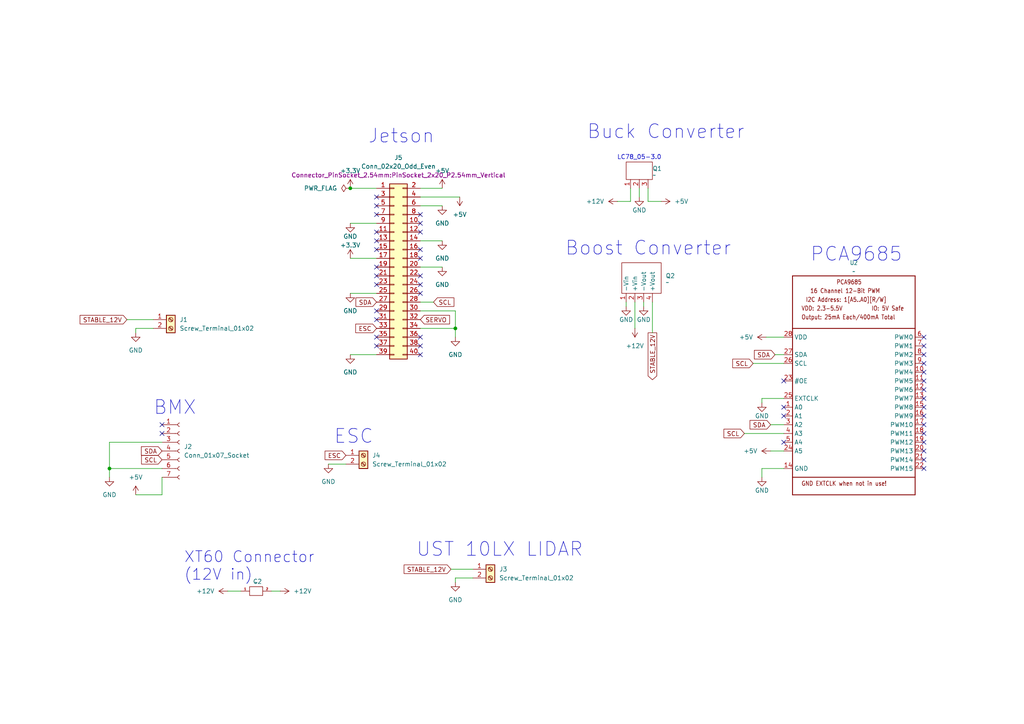
<source format=kicad_sch>
(kicad_sch (version 20231120) (generator "eeschema") (generator_version "8.0")
  (paper "A4")
  (title_block (title "Jetson Communication") (date "2024-04-27") (rev "0.1"))
  (lib_symbols
    (symbol "Adafruit9685_lib:PCA9685"
      (property "Reference" "U" (at -17.78 35.56 0))
      (symbol "PCA9685_1_0"
        (polyline (pts (xy -17.78 -30.48) (xy -17.78 -25.4)) (stroke (width 0.254)))
        (polyline (pts (xy -17.78 -25.4) (xy -17.78 17.78)) (stroke (width 0.254)))
        (polyline (pts (xy -17.78 -25.4) (xy 17.78 -25.4)) (stroke (width 0.254)))
        (polyline (pts (xy -17.78 17.78) (xy -17.78 33.02)) (stroke (width 0.254)))
        (polyline (pts (xy -17.78 17.78) (xy 17.78 17.78)) (stroke (width 0.254)))
        (polyline (pts (xy -17.78 33.02) (xy 17.78 33.02)) (stroke (width 0.254)))
        (polyline (pts (xy 17.78 -30.48) (xy -17.78 -30.48)) (stroke (width 0.254)))
        (polyline (pts (xy 17.78 17.78) (xy 17.78 -30.48)) (stroke (width 0.254)))
        (polyline (pts (xy 17.78 17.78) (xy 17.78 33.02)) (stroke (width 0.254)))
        (text "16 Channel 12-Bit PWM" (at -12.7 27.94 0) (effects (font (size 1.27 1.0795)) (justify left bottom)))
        (text "GND EXTCLK when not in use!" (at -15.24 -27.94 0) (effects (font (size 1.27 1.0795)) (justify left bottom)))
        (text "I2C Address: 1[A5..A0][R/W]" (at -13.97 25.4 0) (effects (font (size 1.27 1.0795)) (justify left bottom)))
        (text "IO: 5V Safe" (at 5.08 22.86 0) (effects (font (size 1.27 1.0795)) (justify left bottom)))
        (text "Output: 25mA Each/400mA Total" (at -15.24 20.32 0) (effects (font (size 1.27 1.0795)) (justify left bottom)))
        (text "PCA9685" (at -5.08 30.48 0) (effects (font (size 1.27 1.0795)) (justify left bottom)))
        (text "VDD: 2.3-5.5V" (at -15.24 22.86 0) (effects (font (size 1.27 1.0795)) (justify left bottom)))
        (pin bidirectional line (at -20.32 -5.08 0) (length 2.54) (name "A0") (number "1"))
        (pin output line (at 20.32 5.08 180) (length 2.54) (name "PWM4") (number "10"))
        (pin output line (at 20.32 2.54 180) (length 2.54) (name "PWM5") (number "11"))
        (pin output line (at 20.32 0 180) (length 2.54) (name "PWM6") (number "12"))
        (pin output line (at 20.32 -2.54 180) (length 2.54) (name "PWM7") (number "13"))
        (pin power_in line (at -20.32 -22.86 0) (length 2.54) (name "GND") (number "14"))
        (pin output line (at 20.32 -5.08 180) (length 2.54) (name "PWM8") (number "15"))
        (pin output line (at 20.32 -7.62 180) (length 2.54) (name "PWM9") (number "16"))
        (pin output line (at 20.32 -10.16 180) (length 2.54) (name "PWM10") (number "17"))
        (pin output line (at 20.32 -12.7 180) (length 2.54) (name "PWM11") (number "18"))
        (pin output line (at 20.32 -15.24 180) (length 2.54) (name "PWM12") (number "19"))
        (pin bidirectional line (at -20.32 -7.62 0) (length 2.54) (name "A1") (number "2"))
        (pin output line (at 20.32 -17.78 180) (length 2.54) (name "PWM13") (number "20"))
        (pin output line (at 20.32 -20.32 180) (length 2.54) (name "PWM14") (number "21"))
        (pin output line (at 20.32 -22.86 180) (length 2.54) (name "PWM15") (number "22"))
        (pin input line (at -20.32 2.54 0) (length 2.54) (name "#OE") (number "23"))
        (pin bidirectional line (at -20.32 -17.78 0) (length 2.54) (name "A5") (number "24"))
        (pin input line (at -20.32 -2.54 0) (length 2.54) (name "EXTCLK") (number "25"))
        (pin bidirectional line (at -20.32 7.62 0) (length 2.54) (name "SCL") (number "26"))
        (pin bidirectional line (at -20.32 10.16 0) (length 2.54) (name "SDA") (number "27"))
        (pin power_in line (at -20.32 15.24 0) (length 2.54) (name "VDD") (number "28"))
        (pin bidirectional line (at -20.32 -10.16 0) (length 2.54) (name "A2") (number "3"))
        (pin bidirectional line (at -20.32 -12.7 0) (length 2.54) (name "A3") (number "4"))
        (pin bidirectional line (at -20.32 -15.24 0) (length 2.54) (name "A4") (number "5"))
        (pin output line (at 20.32 15.24 180) (length 2.54) (name "PWM0") (number "6"))
        (pin output line (at 20.32 12.7 180) (length 2.54) (name "PWM1") (number "7"))
        (pin output line (at 20.32 10.16 180) (length 2.54) (name "PWM2") (number "8"))
        (pin output line (at 20.32 7.62 180) (length 2.54) (name "PWM3") (number "9"))
      )
    )
    (symbol "Connector:Conn_01x07_Socket" (pin_names (offset 1.016) hide)
      (property "Reference" "J" (at 0 10.16 0))
      (property "Value" "Conn_01x07_Socket" (at 0 -10.16 0))
      (symbol "Conn_01x07_Socket_1_1"
        (arc (start 0 -7.112) (mid -0.5058 -7.62) (end 0 -8.128) (stroke (width 0.1524)))
        (arc (start 0 -4.572) (mid -0.5058 -5.08) (end 0 -5.588) (stroke (width 0.1524)))
        (arc (start 0 -2.032) (mid -0.5058 -2.54) (end 0 -3.048) (stroke (width 0.1524)))
        (polyline (pts (xy -1.27 -7.62) (xy -0.508 -7.62)) (stroke (width 0.1524)))
        (polyline (pts (xy -1.27 -5.08) (xy -0.508 -5.08)) (stroke (width 0.1524)))
        (polyline (pts (xy -1.27 -2.54) (xy -0.508 -2.54)) (stroke (width 0.1524)))
        (polyline (pts (xy -1.27 0) (xy -0.508 0)) (stroke (width 0.1524)))
        (polyline (pts (xy -1.27 2.54) (xy -0.508 2.54)) (stroke (width 0.1524)))
        (polyline (pts (xy -1.27 5.08) (xy -0.508 5.08)) (stroke (width 0.1524)))
        (polyline (pts (xy -1.27 7.62) (xy -0.508 7.62)) (stroke (width 0.1524)))
        (arc (start 0 0.508) (mid -0.5058 0) (end 0 -0.508) (stroke (width 0.1524)))
        (arc (start 0 3.048) (mid -0.5058 2.54) (end 0 2.032) (stroke (width 0.1524)))
        (arc (start 0 5.588) (mid -0.5058 5.08) (end 0 4.572) (stroke (width 0.1524)))
        (arc (start 0 8.128) (mid -0.5058 7.62) (end 0 7.112) (stroke (width 0.1524)))
        (pin passive line (at -5.08 7.62 0) (length 3.81) (name "Pin_1") (number "1"))
        (pin passive line (at -5.08 5.08 0) (length 3.81) (name "Pin_2") (number "2"))
        (pin passive line (at -5.08 2.54 0) (length 3.81) (name "Pin_3") (number "3"))
        (pin passive line (at -5.08 0 0) (length 3.81) (name "Pin_4") (number "4"))
        (pin passive line (at -5.08 -2.54 0) (length 3.81) (name "Pin_5") (number "5"))
        (pin passive line (at -5.08 -5.08 0) (length 3.81) (name "Pin_6") (number "6"))
        (pin passive line (at -5.08 -7.62 0) (length 3.81) (name "Pin_7") (number "7"))
      )
    )
    (symbol "Connector:Screw_Terminal_01x02" (pin_names (offset 1.016) hide)
      (property "Reference" "J" (at 0 2.54 0))
      (property "Value" "Screw_Terminal_01x02" (at 0 -5.08 0))
      (symbol "Screw_Terminal_01x02_1_1"
        (rectangle (start -1.27 1.27) (end 1.27 -3.81) (stroke (width 0.254)) (fill (type background)))
        (circle (center 0 -2.54) (radius 0.635) (stroke (width 0.1524)))
        (polyline (pts (xy -0.5334 -2.2098) (xy 0.3302 -3.048)) (stroke (width 0.1524)))
        (polyline (pts (xy -0.5334 0.3302) (xy 0.3302 -0.508)) (stroke (width 0.1524)))
        (polyline (pts (xy -0.3556 -2.032) (xy 0.508 -2.8702)) (stroke (width 0.1524)))
        (polyline (pts (xy -0.3556 0.508) (xy 0.508 -0.3302)) (stroke (width 0.1524)))
        (circle (center 0 0) (radius 0.635) (stroke (width 0.1524)))
        (pin passive line (at -5.08 0 0) (length 3.81) (name "Pin_1") (number "1"))
        (pin passive line (at -5.08 -2.54 0) (length 3.81) (name "Pin_2") (number "2"))
      )
    )
    (symbol "Connector_Generic:Conn_02x20_Odd_Even" (pin_names (offset 1.016) hide)
      (property "Reference" "J5" (at 1.27 31.75 0))
      (property "Value" "Conn_02x20_Odd_Even" (at 1.27 29.21 0))
      (property "Footprint" "Connector_PinSocket_2.54mm:PinSocket_2x20_P2.54mm_Vertical" (at 1.27 26.67 0))
      (symbol "Conn_02x20_Odd_Even_1_1"
        (rectangle (start -1.27 -25.273) (end 0 -25.527) (stroke (width 0.1524)))
        (rectangle (start -1.27 -22.733) (end 0 -22.987) (stroke (width 0.1524)))
        (rectangle (start -1.27 -20.193) (end 0 -20.447) (stroke (width 0.1524)))
        (rectangle (start -1.27 -17.653) (end 0 -17.907) (stroke (width 0.1524)))
        (rectangle (start -1.27 -15.113) (end 0 -15.367) (stroke (width 0.1524)))
        (rectangle (start -1.27 -12.573) (end 0 -12.827) (stroke (width 0.1524)))
        (rectangle (start -1.27 -10.033) (end 0 -10.287) (stroke (width 0.1524)))
        (rectangle (start -1.27 -7.493) (end 0 -7.747) (stroke (width 0.1524)))
        (rectangle (start -1.27 -4.953) (end 0 -5.207) (stroke (width 0.1524)))
        (rectangle (start -1.27 -2.413) (end 0 -2.667) (stroke (width 0.1524)))
        (rectangle (start -1.27 0.127) (end 0 -0.127) (stroke (width 0.1524)))
        (rectangle (start -1.27 2.667) (end 0 2.413) (stroke (width 0.1524)))
        (rectangle (start -1.27 5.207) (end 0 4.953) (stroke (width 0.1524)))
        (rectangle (start -1.27 7.747) (end 0 7.493) (stroke (width 0.1524)))
        (rectangle (start -1.27 10.287) (end 0 10.033) (stroke (width 0.1524)))
        (rectangle (start -1.27 12.827) (end 0 12.573) (stroke (width 0.1524)))
        (rectangle (start -1.27 15.367) (end 0 15.113) (stroke (width 0.1524)))
        (rectangle (start -1.27 17.907) (end 0 17.653) (stroke (width 0.1524)))
        (rectangle (start -1.27 20.447) (end 0 20.193) (stroke (width 0.1524)))
        (rectangle (start -1.27 22.987) (end 0 22.733) (stroke (width 0.1524)))
        (rectangle (start -1.27 24.13) (end 3.81 -26.67) (stroke (width 0.254)) (fill (type background)))
        (rectangle (start 3.81 -25.273) (end 2.54 -25.527) (stroke (width 0.1524)))
        (rectangle (start 3.81 -22.733) (end 2.54 -22.987) (stroke (width 0.1524)))
        (rectangle (start 3.81 -20.193) (end 2.54 -20.447) (stroke (width 0.1524)))
        (rectangle (start 3.81 -17.653) (end 2.54 -17.907) (stroke (width 0.1524)))
        (rectangle (start 3.81 -15.113) (end 2.54 -15.367) (stroke (width 0.1524)))
        (rectangle (start 3.81 -12.573) (end 2.54 -12.827) (stroke (width 0.1524)))
        (rectangle (start 3.81 -10.033) (end 2.54 -10.287) (stroke (width 0.1524)))
        (rectangle (start 3.81 -7.493) (end 2.54 -7.747) (stroke (width 0.1524)))
        (rectangle (start 3.81 -4.953) (end 2.54 -5.207) (stroke (width 0.1524)))
        (rectangle (start 3.81 -2.413) (end 2.54 -2.667) (stroke (width 0.1524)))
        (rectangle (start 3.81 0.127) (end 2.54 -0.127) (stroke (width 0.1524)))
        (rectangle (start 3.81 2.667) (end 2.54 2.413) (stroke (width 0.1524)))
        (rectangle (start 3.81 5.207) (end 2.54 4.953) (stroke (width 0.1524)))
        (rectangle (start 3.81 7.747) (end 2.54 7.493) (stroke (width 0.1524)))
        (rectangle (start 3.81 10.287) (end 2.54 10.033) (stroke (width 0.1524)))
        (rectangle (start 3.81 12.827) (end 2.54 12.573) (stroke (width 0.1524)))
        (rectangle (start 3.81 15.367) (end 2.54 15.113) (stroke (width 0.1524)))
        (rectangle (start 3.81 17.907) (end 2.54 17.653) (stroke (width 0.1524)))
        (rectangle (start 3.81 20.447) (end 2.54 20.193) (stroke (width 0.1524)))
        (rectangle (start 3.81 22.987) (end 2.54 22.733) (stroke (width 0.1524)))
        (pin passive line (at -5.08 22.86 0) (length 3.81) (name "Pin_1") (number "1"))
        (pin passive line (at 7.62 12.7 180) (length 3.81) (name "Pin_10") (number "10"))
        (pin passive line (at -5.08 10.16 0) (length 3.81) (name "Pin_11") (number "11"))
        (pin passive line (at 7.62 10.16 180) (length 3.81) (name "Pin_12") (number "12"))
        (pin passive line (at -5.08 7.62 0) (length 3.81) (name "Pin_13") (number "13"))
        (pin passive line (at 7.62 7.62 180) (length 3.81) (name "Pin_14") (number "14"))
        (pin passive line (at -5.08 5.08 0) (length 3.81) (name "Pin_15") (number "15"))
        (pin passive line (at 7.62 5.08 180) (length 3.81) (name "Pin_16") (number "16"))
        (pin passive line (at -5.08 2.54 0) (length 3.81) (name "Pin_17") (number "17"))
        (pin passive line (at 7.62 2.54 180) (length 3.81) (name "Pin_18") (number "18"))
        (pin passive line (at -5.08 0 0) (length 3.81) (name "Pin_19") (number "19"))
        (pin passive line (at 7.62 22.86 180) (length 3.81) (name "Pin_2") (number "2"))
        (pin passive line (at 7.62 0 180) (length 3.81) (name "Pin_20") (number "20"))
        (pin passive line (at -5.08 -2.54 0) (length 3.81) (name "Pin_21") (number "21"))
        (pin passive line (at 7.62 -2.54 180) (length 3.81) (name "Pin_22") (number "22"))
        (pin passive line (at -5.08 -5.08 0) (length 3.81) (name "Pin_23") (number "23"))
        (pin passive line (at 7.62 -5.08 180) (length 3.81) (name "Pin_24") (number "24"))
        (pin passive line (at -5.08 -7.62 0) (length 3.81) (name "Pin_25") (number "25"))
        (pin passive line (at 7.62 -7.62 180) (length 3.81) (name "Pin_26") (number "26"))
        (pin passive line (at -5.08 -10.16 0) (length 3.81) (name "Pin_27") (number "27"))
        (pin passive line (at 7.62 -10.16 180) (length 3.81) (name "Pin_28") (number "28"))
        (pin passive line (at -5.08 -12.7 0) (length 3.81) (name "Pin_29") (number "29"))
        (pin passive line (at -5.08 20.32 0) (length 3.81) (name "Pin_3") (number "3"))
        (pin passive line (at 7.62 -12.7 180) (length 3.81) (name "Pin_30") (number "30"))
        (pin passive line (at -5.08 -15.24 0) (length 3.81) (name "Pin_31") (number "31"))
        (pin passive line (at 7.62 -15.24 180) (length 3.81) (name "Pin_32") (number "32"))
        (pin passive line (at -5.08 -17.78 0) (length 3.81) (name "Pin_33") (number "33"))
        (pin passive line (at 7.62 -17.78 180) (length 3.81) (name "Pin_34") (number "34"))
        (pin passive line (at -5.08 -20.32 0) (length 3.81) (name "Pin_35") (number "35"))
        (pin passive line (at 7.62 -20.32 180) (length 3.81) (name "Pin_36") (number "36"))
        (pin passive line (at -5.08 -22.86 0) (length 3.81) (name "Pin_37") (number "37"))
        (pin passive line (at 7.62 -22.86 180) (length 3.81) (name "Pin_38") (number "38"))
        (pin passive line (at -5.08 -25.4 0) (length 3.81) (name "Pin_39") (number "39"))
        (pin passive line (at 7.62 20.32 180) (length 3.81) (name "Pin_4") (number "4"))
        (pin passive line (at 7.62 -25.4 180) (length 3.81) (name "Pin_40") (number "40"))
        (pin passive line (at -5.08 17.78 0) (length 3.81) (name "Pin_5") (number "5"))
        (pin passive line (at 7.62 17.78 180) (length 3.81) (name "Pin_6") (number "6"))
        (pin passive line (at -5.08 15.24 0) (length 3.81) (name "Pin_7") (number "7"))
        (pin passive line (at 7.62 15.24 180) (length 3.81) (name "Pin_8") (number "8"))
        (pin passive line (at -5.08 12.7 0) (length 3.81) (name "Pin_9") (number "9"))
      )
    )
    (symbol "Cruz_Control_Lib:XT60"
      (property "Reference" "C2" (at -1.524 4.064 0))
      (property "Value" "~" (at -1.905 3.81 0))
      (symbol "XT60_0_1"
        (rectangle (start -3.81 2.54) (end 0 0))
      )
      (symbol "XT60_1_1"
        (pin power_in line (at -6.35 1.27 0) (length 2.54) (name "Vin") (number "1"))
        (pin power_out line (at 2.54 1.27 180) (length 2.54) (name "Vout") (number "2"))
      )
    )
    (symbol "Cruz_Control_Official_Library:Boost_(12V-12V)"
      (property "Reference" "Q" (at 0 0 0))
      (symbol "Boost_(12V-12V)_0_1"
        (rectangle (start 0 0) (end -11.43 8.89))
      )
      (symbol "Boost_(12V-12V)_1_1"
        (pin power_in line (at -10.16 -2.54 90) (length 2.54) (name "-Vin") (number "1"))
        (pin power_in line (at -7.62 -2.54 90) (length 2.54) (name "+Vin") (number "2"))
        (pin power_out line (at -5.08 -2.54 90) (length 2.54) (name "-Vout") (number "3"))
        (pin power_out line (at -2.54 -2.54 90) (length 2.54) (name "+Vout") (number "4"))
      )
    )
    (symbol "Cruz_Control_Official_Library:Buck_(12V-5V)" (pin_names hide)
      (property "Reference" "Q1" (at 1.27 3.1751 0))
      (property "Value" "~" (at 1.27 1.27 0))
      (symbol "Buck_(12V-5V)_0_1"
        (rectangle (start -6.35 5.08) (end 1.27 0))
      )
      (symbol "Buck_(12V-5V)_1_1"
        (pin power_in line (at -5.08 -2.54 90) (length 2.54) (name "Vin") (number "1"))
        (pin power_in line (at -2.54 -2.54 90) (length 2.54) (name "GND") (number "2"))
        (pin power_out line (at 0 -2.54 90) (length 2.54) (name "Vout") (number "3"))
      )
    )
    (symbol "power:+12V" (power) (pin_numbers hide) (pin_names (offset 0) hide)
      (property "Value" "+12V" (at 0 3.556 0))
      (symbol "+12V_0_1"
        (polyline (pts (xy -0.762 1.27) (xy 0 2.54)))
        (polyline (pts (xy 0 0) (xy 0 2.54)))
        (polyline (pts (xy 0 2.54) (xy 0.762 1.27)))
      )
      (symbol "+12V_1_1"
        (pin power_in line (at 0 0 90) (length 0) (name "~") (number "1"))
      )
    )
    (symbol "power:+3.3V" (power) (pin_names (offset 0))
      (property "Value" "+3.3V" (at 0 3.556 0))
      (symbol "+3.3V_0_1"
        (polyline (pts (xy -0.762 1.27) (xy 0 2.54)))
        (polyline (pts (xy 0 0) (xy 0 2.54)))
        (polyline (pts (xy 0 2.54) (xy 0.762 1.27)))
      )
      (symbol "+3.3V_1_1"
        (pin power_in line (at 0 0 90) (length 0) hide (name "+3.3V") (number "1"))
      )
    )
    (symbol "power:+5V" (power) (pin_names (offset 0))
      (property "Value" "+5V" (at 0 3.556 0))
      (symbol "+5V_0_1"
        (polyline (pts (xy -0.762 1.27) (xy 0 2.54)))
        (polyline (pts (xy 0 0) (xy 0 2.54)))
        (polyline (pts (xy 0 2.54) (xy 0.762 1.27)))
      )
      (symbol "+5V_1_1"
        (pin power_in line (at 0 0 90) (length 0) hide (name "+5V") (number "1"))
      )
    )
    (symbol "power:GND" (power) (pin_names (offset 0))
      (property "Value" "GND" (at 0 -3.81 0))
      (symbol "GND_0_1"
        (polyline (pts (xy 0 0) (xy 0 -1.27) (xy 1.27 -1.27) (xy 0 -2.54) (xy -1.27 -1.27) (xy 0 -1.27)))
      )
      (symbol "GND_1_1"
        (pin power_in line (at 0 0 270) (length 0) hide (name "GND") (number "1"))
      )
    )
    (symbol "power:PWR_FLAG" (power) (pin_numbers hide) (pin_names (offset 0) hide)
      (property "Value" "PWR_FLAG" (at 0 3.81 0))
      (symbol "PWR_FLAG_0_0"
        (pin power_out line (at 0 0 90) (length 0) (name "pwr") (number "1"))
      )
      (symbol "PWR_FLAG_0_1"
        (polyline (pts (xy 0 0) (xy 0 1.27) (xy -1.016 1.905) (xy 0 2.54) (xy 1.016 1.905) (xy 0 1.27)))
      )
    )
  )
  (junction (at 31.75 135.89))
  (junction (at 132.08 95.25))
  (junction (at 101.6 54.61))
  (no_connect (at 109.22 100.33))
  (no_connect (at 227.33 118.11))
  (no_connect (at 46.99 123.19))
  (no_connect (at 121.92 82.55))
  (no_connect (at 121.92 97.79))
  (no_connect (at 267.97 120.65))
  (no_connect (at 267.97 107.95))
  (no_connect (at 267.97 133.35))
  (no_connect (at 267.97 100.33))
  (no_connect (at 121.92 74.93))
  (no_connect (at 267.97 118.11))
  (no_connect (at 267.97 105.41))
  (no_connect (at 267.97 97.79))
  (no_connect (at 109.22 72.39))
  (no_connect (at 121.92 102.87))
  (no_connect (at 109.22 69.85))
  (no_connect (at 121.92 67.31))
  (no_connect (at 121.92 100.33))
  (no_connect (at 121.92 72.39))
  (no_connect (at 121.92 62.23))
  (no_connect (at 267.97 102.87))
  (no_connect (at 109.22 90.17))
  (no_connect (at 109.22 77.47))
  (no_connect (at 109.22 82.55))
  (no_connect (at 109.22 59.69))
  (no_connect (at 109.22 92.71))
  (no_connect (at 121.92 64.77))
  (no_connect (at 227.33 128.27))
  (no_connect (at 267.97 128.27))
  (no_connect (at 109.22 57.15))
  (no_connect (at 109.22 67.31))
  (no_connect (at 227.33 120.65))
  (no_connect (at 267.97 115.57))
  (no_connect (at 121.92 85.09))
  (no_connect (at 109.22 97.79))
  (no_connect (at 267.97 125.73))
  (no_connect (at 121.92 80.01))
  (no_connect (at 267.97 110.49))
  (no_connect (at 109.22 80.01))
  (no_connect (at 267.97 113.03))
  (no_connect (at 267.97 135.89))
  (no_connect (at 227.33 110.49))
  (no_connect (at 267.97 130.81))
  (no_connect (at 109.22 62.23))
  (no_connect (at 46.99 125.73))
  (no_connect (at 267.97 123.19))
  (wire (pts (xy 187.96 54.61) (xy 187.96 58.42)))
  (wire (pts (xy 222.25 97.79) (xy 227.33 97.79)))
  (wire (pts (xy 132.08 167.64) (xy 132.08 168.91)))
  (wire (pts (xy 31.75 135.89) (xy 46.99 135.89)))
  (wire (pts (xy 220.98 115.57) (xy 227.33 115.57)))
  (wire (pts (xy 101.6 102.87) (xy 109.22 102.87)))
  (wire (pts (xy 44.45 95.25) (xy 39.37 95.25)))
  (wire (pts (xy 31.75 128.27) (xy 31.75 135.89)))
  (wire (pts (xy 95.25 134.62) (xy 100.33 134.62)))
  (wire (pts (xy 185.42 54.61) (xy 185.42 57.15)))
  (wire (pts (xy 121.92 57.15) (xy 133.35 57.15)))
  (wire (pts (xy 121.92 69.85) (xy 128.27 69.85)))
  (wire (pts (xy 215.9 125.73) (xy 227.33 125.73)))
  (wire (pts (xy 130.81 165.1) (xy 137.16 165.1)))
  (wire (pts (xy 220.98 135.89) (xy 227.33 135.89)))
  (wire (pts (xy 46.99 143.51) (xy 46.99 138.43)))
  (wire (pts (xy 121.92 87.63) (xy 125.73 87.63)))
  (wire (pts (xy 31.75 138.43) (xy 31.75 135.89)))
  (wire (pts (xy 220.98 138.43) (xy 220.98 135.89)))
  (wire (pts (xy 121.92 95.25) (xy 132.08 95.25)))
  (wire (pts (xy 31.75 128.27) (xy 46.99 128.27)))
  (wire (pts (xy 182.88 54.61) (xy 182.88 58.42)))
  (wire (pts (xy 187.96 58.42) (xy 191.77 58.42)))
  (wire (pts (xy 121.92 77.47) (xy 128.27 77.47)))
  (wire (pts (xy 223.52 123.19) (xy 227.33 123.19)))
  (wire (pts (xy 66.04 171.45) (xy 69.85 171.45)))
  (wire (pts (xy 78.74 171.45) (xy 81.28 171.45)))
  (wire (pts (xy 184.15 87.63) (xy 184.15 95.25)))
  (wire (pts (xy 220.98 116.84) (xy 220.98 115.57)))
  (wire (pts (xy 101.6 64.77) (xy 109.22 64.77)))
  (wire (pts (xy 121.92 90.17) (xy 132.08 90.17)))
  (wire (pts (xy 179.07 58.42) (xy 182.88 58.42)))
  (wire (pts (xy 101.6 85.09) (xy 109.22 85.09)))
  (wire (pts (xy 181.61 87.63) (xy 181.61 88.9)))
  (wire (pts (xy 132.08 97.79) (xy 132.08 95.25)))
  (wire (pts (xy 132.08 167.64) (xy 137.16 167.64)))
  (wire (pts (xy 39.37 143.51) (xy 46.99 143.51)))
  (wire (pts (xy 121.92 54.61) (xy 128.27 54.61)))
  (wire (pts (xy 224.79 102.87) (xy 227.33 102.87)))
  (wire (pts (xy 36.83 92.71) (xy 44.45 92.71)))
  (wire (pts (xy 189.23 87.63) (xy 189.23 96.52)))
  (wire (pts (xy 186.69 87.63) (xy 186.69 88.9)))
  (wire (pts (xy 121.92 59.69) (xy 128.27 59.69)))
  (wire (pts (xy 223.52 130.81) (xy 227.33 130.81)))
  (wire (pts (xy 218.44 105.41) (xy 227.33 105.41)))
  (wire (pts (xy 101.6 54.61) (xy 109.22 54.61)))
  (wire (pts (xy 39.37 95.25) (xy 39.37 96.52)))
  (wire (pts (xy 132.08 90.17) (xy 132.08 95.25)))
  (wire (pts (xy 101.6 74.93) (xy 109.22 74.93)))
  (text "UST 10LX LIDAR" (at 120.65 161.798 0) (effects (font (size 4 4)) (justify left bottom)))
  (text "BMX" (at 44.45 120.65 0) (effects (font (size 4 4)) (justify left bottom)))
  (text "Boost Converter" (at 163.83 74.422 0) (effects (font (size 4 4)) (justify left bottom)))
  (text "Buck Converter" (at 170.18 40.64 0) (effects (font (size 4 4)) (justify left bottom)))
  (text "PCA9685\n" (at 234.95 76.2 0) (effects (font (size 4 4)) (justify left bottom)))
  (text "XT60 Connector \n(12V in)" (at 53.34 168.656 0) (effects (font (size 3.175 3.175)) (justify left bottom)))
  (text "ESC" (at 96.774 129.032 0) (effects (font (size 4 4)) (justify left bottom)))
  (text "LC78_05-3.0" (at 185.42 45.72 0) (effects (font (size 1.27 1.27))))
  (text "Jetson" (at 106.68 41.91 0) (effects (font (size 4 4)) (justify left bottom)))
  (global_label "STABLE_12V" (shape input) (at 130.81 165.1 180) (property "Intersheetrefs" "${INTERSHEET_REFS}" (effects (hide yes))))
  (global_label "SDA" (shape input) (at 109.22 87.63 180) (property "Intersheetrefs" "${INTERSHEET_REFS}" (effects (hide yes))))
  (global_label "ESC" (shape input) (at 100.33 132.08 180) (property "Intersheetrefs" "${INTERSHEET_REFS}" (effects (hide yes))))
  (global_label "SCL" (shape input) (at 46.99 133.35 180) (property "Intersheetrefs" "${INTERSHEET_REFS}" (effects (hide yes))))
  (global_label "STABLE_12V" (shape input) (at 36.83 92.71 180) (property "Intersheetrefs" "${INTERSHEET_REFS}" (effects (hide yes))))
  (global_label "SDA" (shape input) (at 223.52 123.19 180) (property "Intersheetrefs" "${INTERSHEET_REFS}" (effects (hide yes))))
  (global_label "ESC" (shape input) (at 109.22 95.25 180) (property "Intersheetrefs" "${INTERSHEET_REFS}" (effects (hide yes))))
  (global_label "SDA" (shape input) (at 46.99 130.81 180) (property "Intersheetrefs" "${INTERSHEET_REFS}" (effects (hide yes))))
  (global_label "SERVO" (shape input) (at 121.92 92.71 0) (property "Intersheetrefs" "${INTERSHEET_REFS}" (effects (hide yes))))
  (global_label "SCL" (shape input) (at 125.73 87.63 0) (property "Intersheetrefs" "${INTERSHEET_REFS}" (effects (hide yes))))
  (global_label "SCL" (shape input) (at 218.44 105.41 180) (property "Intersheetrefs" "${INTERSHEET_REFS}" (effects (hide yes))))
  (global_label "SCL" (shape input) (at 215.9 125.73 180) (property "Intersheetrefs" "${INTERSHEET_REFS}" (effects (hide yes))))
  (global_label "SDA" (shape input) (at 224.79 102.87 180) (property "Intersheetrefs" "${INTERSHEET_REFS}" (effects (hide yes))))
  (global_label "STABLE_12V" (shape output) (at 189.23 96.52 270) (property "Intersheetrefs" "${INTERSHEET_REFS}" (effects (hide yes))))
  (symbol (lib_id "power:+12V") (at 66.04 171.45 90) (unit 1)
    (property "Reference" "#PWR014" (effects (hide yes)))
    (property "Value" "+12V" (at 62.23 171.4499 90) (effects (justify left)))
    (property "Description" "Power symbol creates a global label with name \"+12V\"" (effects (hide yes)))
  )
  (symbol (lib_id "Adafruit9685_lib:PCA9685") (at 247.65 113.03 0) (unit 1)
    (property "Reference" "U2" (at 247.65 76.2 0) (effects (font (size 1.27 1.0795))))
    (property "Value" "~" (at 247.65 78.74 0) (effects (font (size 1.27 1.0795))))
    (property "Footprint" "Motors:Adafruit PCA9685 rev C (1)" (effects (hide yes)))
    (property "Description" "PCA9685 - 16 Channel 12-Bit I2C PWM Controller\n\n5.0V tolerant 16 channel, 12-bit I2C PWM controller with 25mA per output (max. 400mA total)\n\nDigikey: 568-5931-1-ND" (effects (hide yes)))
  )
  (symbol (lib_id "power:GND") (at 220.98 116.84 0) (unit 1)
    (property "Reference" "#PWR021" (effects (hide yes)))
    (property "Value" "GND" (at 218.948 120.65 0) (effects (justify left)))
  )
  (symbol (lib_id "Connector:Screw_Terminal_01x02") (at 49.53 92.71 0) (unit 1)
    (property "Reference" "J1" (at 52.07 92.71 0) (effects (justify left)))
    (property "Value" "Screw_Terminal_01x02" (at 52.07 95.25 0) (effects (justify left)))
    (property "Footprint" "Connector_PinHeader_2.54mm:PinHeader_1x02_P2.54mm_Horizontal" (effects (hide yes)))
  )
  (symbol (lib_id "power:+5V") (at 128.27 54.61 0) (unit 1)
    (property "Reference" "#PWR01" (effects (hide yes)))
    (property "Value" "+5V" (at 128.27 49.53 0))
  )
  (symbol (lib_id "power:+5V") (at 133.35 57.15 180) (unit 1)
    (property "Reference" "#PWR027" (effects (hide yes)))
    (property "Value" "+5V" (at 133.35 62.23 0))
  )
  (symbol (lib_id "Connector:Conn_01x07_Socket") (at 52.07 130.81 0) (unit 1)
    (property "Reference" "J2" (at 53.34 129.54 0) (effects (justify left)))
    (property "Value" "Conn_01x07_Socket" (at 53.34 132.08 0) (effects (justify left)))
    (property "Footprint" "Connector_PinHeader_2.54mm:PinHeader_1x07_P2.54mm_Vertical" (effects (hide yes)))
  )
  (symbol (lib_id "power:GND") (at 128.27 77.47 0) (unit 1)
    (property "Reference" "#PWR09" (effects (hide yes)))
    (property "Value" "GND" (at 128.27 82.55 0))
  )
  (symbol (lib_id "Connector:Screw_Terminal_01x02") (at 105.41 132.08 0) (unit 1)
    (property "Reference" "J4" (at 107.95 132.08 0) (effects (justify left)))
    (property "Value" "Screw_Terminal_01x02" (at 107.95 134.62 0) (effects (justify left)))
    (property "Footprint" "Connector_PinHeader_2.54mm:PinHeader_1x02_P2.54mm_Horizontal" (effects (hide yes)))
  )
  (symbol (lib_id "power:GND") (at 31.75 138.43 0) (unit 1)
    (property "Reference" "#PWR010" (effects (hide yes)))
    (property "Value" "GND" (at 31.75 143.51 0))
  )
  (symbol (lib_id "power:GND") (at 101.6 102.87 0) (unit 1)
    (property "Reference" "#PWR08" (effects (hide yes)))
    (property "Value" "GND" (at 101.6 107.95 0))
  )
  (symbol (lib_id "power:GND") (at 128.27 59.69 0) (unit 1)
    (property "Reference" "#PWR03" (effects (hide yes)))
    (property "Value" "GND" (at 128.27 64.77 0))
  )
  (symbol (lib_id "power:+5V") (at 223.52 130.81 90) (unit 1)
    (property "Reference" "#PWR028" (effects (hide yes)))
    (property "Value" "+5V" (at 219.71 130.8099 90) (effects (justify left)))
  )
  (symbol (lib_id "power:GND") (at 132.08 97.79 0) (unit 1)
    (property "Reference" "#PWR011" (effects (hide yes)))
    (property "Value" "GND" (at 132.08 102.87 0))
  )
  (symbol (lib_id "power:GND") (at 181.61 88.9 0) (unit 1)
    (property "Reference" "#PWR023" (effects (hide yes)))
    (property "Value" "GND" (at 179.578 92.71 0) (effects (justify left)))
  )
  (symbol (lib_id "power:+3.3V") (at 101.6 74.93 0) (unit 1)
    (property "Reference" "#PWR06" (effects (hide yes)))
    (property "Value" "+3.3V" (at 101.6 71.12 0))
  )
  (symbol (lib_id "power:+5V") (at 39.37 143.51 0) (unit 1)
    (property "Reference" "#PWR012" (effects (hide yes)))
    (property "Value" "+5V" (at 39.37 138.43 0))
  )
  (symbol (lib_id "Connector_Generic:Conn_02x20_Odd_Even") (at 114.3 77.47 0) (unit 1)
    (property "Reference" "J5" (at 115.57 45.72 0))
    (property "Value" "Conn_02x20_Odd_Even" (at 115.57 48.26 0))
    (property "Footprint" "Connector_PinSocket_2.54mm:PinSocket_2x20_P2.54mm_Vertical" (at 115.57 50.8 0))
  )
  (symbol (lib_id "power:GND") (at 101.6 64.77 0) (unit 1)
    (property "Reference" "#PWR05" (effects (hide yes)))
    (property "Value" "GND" (at 101.6 68.58 0))
  )
  (symbol (lib_id "power:+12V") (at 81.28 171.45 270) (unit 1)
    (property "Reference" "#PWR013" (effects (hide yes)))
    (property "Value" "+12V" (at 85.09 171.4499 90) (effects (justify left)))
    (property "Description" "Power symbol creates a global label with name \"+12V\"" (effects (hide yes)))
  )
  (symbol (lib_id "power:+5V") (at 191.77 58.42 270) (unit 1)
    (property "Reference" "#PWR018" (effects (hide yes)))
    (property "Value" "+5V" (at 195.58 58.4199 90) (effects (justify left)))
  )
  (symbol (lib_id "power:+3.3V") (at 101.6 54.61 0) (unit 1)
    (property "Reference" "#PWR02" (effects (hide yes)))
    (property "Value" "+3.3V" (at 101.6 49.53 0))
  )
  (symbol (lib_id "power:GND") (at 186.69 88.9 0) (unit 1)
    (property "Reference" "#PWR024" (effects (hide yes)))
    (property "Value" "GND" (at 184.658 92.71 0) (effects (justify left)))
  )
  (symbol (lib_id "power:GND") (at 185.42 57.15 0) (unit 1)
    (property "Reference" "#PWR020" (effects (hide yes)))
    (property "Value" "GND" (at 183.388 60.96 0) (effects (justify left)))
  )
  (symbol (lib_id "Connector:Screw_Terminal_01x02") (at 142.24 165.1 0) (unit 1)
    (property "Reference" "J3" (at 144.78 165.1 0) (effects (justify left)))
    (property "Value" "Screw_Terminal_01x02" (at 144.78 167.64 0) (effects (justify left)))
    (property "Footprint" "Connector_PinHeader_2.54mm:PinHeader_1x02_P2.54mm_Horizontal" (effects (hide yes)))
  )
  (symbol (lib_id "power:PWR_FLAG") (at 101.6 54.61 90) (unit 1)
    (property "Reference" "#FLG02" (effects (hide yes)))
    (property "Value" "PWR_FLAG" (at 97.79 54.61 90) (effects (justify left)))
  )
  (symbol (lib_id "Cruz_Control_Official_Library:Buck_(12V-5V)") (at 187.96 52.07 0) (unit 1)
    (property "Reference" "Q1" (at 189.23 48.8949 0) (effects (justify left)))
    (property "Value" "~" (at 189.23 50.8 0) (effects (justify left)))
    (property "Footprint" "Converter_DCDC:LC78_05-3.0" (effects (hide yes)))
  )
  (symbol (lib_id "Cruz_Control_Official_Library:Boost_(12V-12V)") (at 191.77 85.09 0) (unit 1)
    (property "Reference" "Q2" (at 193.04 80.0099 0) (effects (justify left)))
    (property "Value" "~" (at 193.04 81.915 0) (effects (justify left)))
    (property "Footprint" "Cruz_Control_Footprints:CRE1S Boost Converter" (effects (hide yes)))
  )
  (symbol (lib_id "Cruz_Control_Lib:XT60") (at 76.2 172.72 0) (unit 1)
    (property "Reference" "C2" (at 74.676 168.656 0))
    (property "Value" "~" (at 74.295 168.91 0))
    (property "Footprint" "Connector_AMASS:AMASS_XT60PW-F_1x02_P7.20mm_Horizontal" (effects (hide yes)))
  )
  (symbol (lib_id "power:+12V") (at 184.15 95.25 180) (unit 1)
    (property "Reference" "#PWR025" (effects (hide yes)))
    (property "Value" "+12V" (at 184.15 100.33 0))
    (property "Description" "Power symbol creates a global label with name \"+12V\"" (effects (hide yes)))
  )
  (symbol (lib_id "power:GND") (at 128.27 69.85 0) (unit 1)
    (property "Reference" "#PWR04" (effects (hide yes)))
    (property "Value" "GND" (at 128.27 74.93 0))
  )
  (symbol (lib_id "power:GND") (at 39.37 96.52 0) (unit 1)
    (property "Reference" "#PWR026" (effects (hide yes)))
    (property "Value" "GND" (at 39.37 101.6 0))
  )
  (symbol (lib_id "power:GND") (at 95.25 134.62 0) (unit 1)
    (property "Reference" "#PWR016" (effects (hide yes)))
    (property "Value" "GND" (at 95.25 139.7 0))
  )
  (symbol (lib_id "power:+12V") (at 179.07 58.42 90) (unit 1)
    (property "Reference" "#PWR017" (effects (hide yes)))
    (property "Value" "+12V" (at 175.26 58.4199 90) (effects (justify left)))
    (property "Description" "Power symbol creates a global label with name \"+12V\"" (effects (hide yes)))
  )
  (symbol (lib_id "power:GND") (at 220.98 138.43 0) (unit 1)
    (property "Reference" "#PWR019" (effects (hide yes)))
    (property "Value" "GND" (at 218.948 142.24 0) (effects (justify left)))
  )
  (symbol (lib_id "power:GND") (at 132.08 168.91 0) (unit 1)
    (property "Reference" "#PWR022" (effects (hide yes)))
    (property "Value" "GND" (at 132.08 173.99 0))
  )
  (symbol (lib_id "power:GND") (at 101.6 85.09 0) (unit 1)
    (property "Reference" "#PWR07" (effects (hide yes)))
    (property "Value" "GND" (at 101.6 90.17 0))
  )
  (symbol (lib_id "power:+5V") (at 222.25 97.79 90) (unit 1)
    (property "Reference" "#PWR015" (effects (hide yes)))
    (property "Value" "+5V" (at 218.44 97.7899 90) (effects (justify left)))
  )
)
</source>
